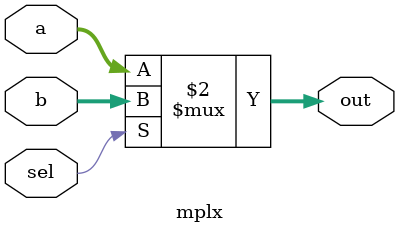
<source format=v>

`timescale 1ns / 100ps

module mplx(
    input [23:0] a,
	input [23:0] b,
	input sel,
	output [23:0] out
    );
    
    //define wire
	wire [23:0] out;

	assign #5 out = (sel==1'b0)?a : b;                
      
endmodule

</source>
